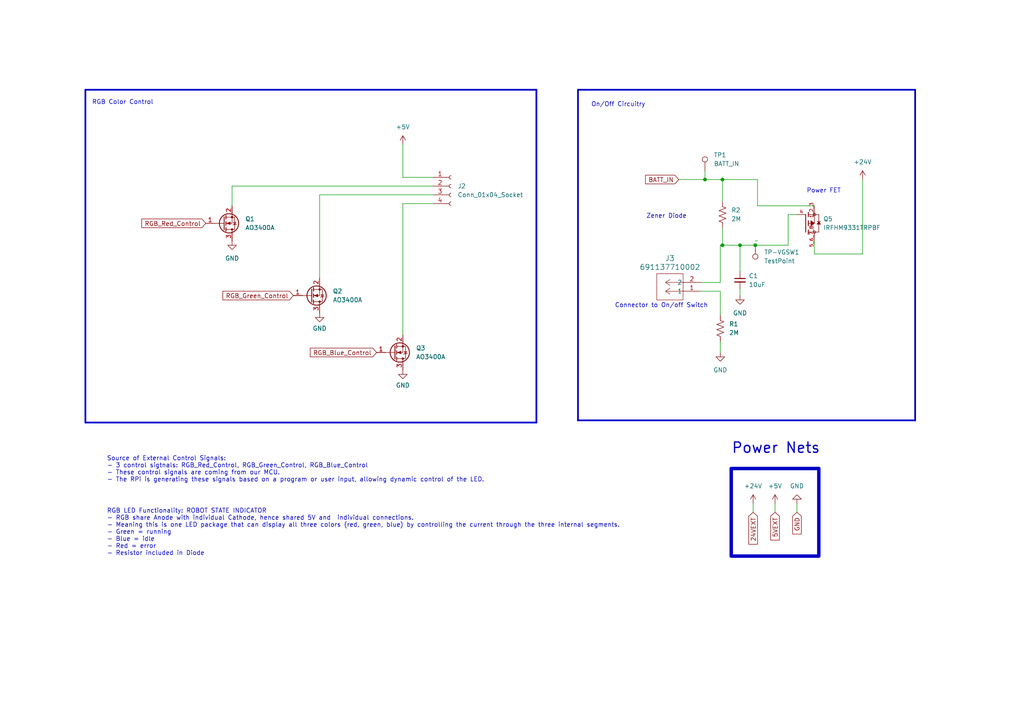
<source format=kicad_sch>
(kicad_sch (version 20231120) (generator "eeschema") (generator_version "8.0")
  (paper "A4")
  (lib_symbols
    (symbol "691137710002-2CONN:691137710002" (pin_names (offset 0.254))
      (property "Reference" "J" (at 8.89 6.35 0))
      (property "Value" "691137710002" (at 0 0 0))
      (symbol "691137710002_1_1"
        (polyline (pts (xy 5.08 -5.08) (xy 12.7 -5.08)) (stroke (width 0.127)))
        (polyline (pts (xy 5.08 2.54) (xy 5.08 -5.08)) (stroke (width 0.127)))
        (polyline (pts (xy 10.16 -2.54) (xy 5.08 -2.54)) (stroke (width 0.127)))
        (polyline (pts (xy 10.16 -2.54) (xy 8.89 -3.3867)) (stroke (width 0.127)))
        (polyline (pts (xy 10.16 -2.54) (xy 8.89 -1.6933)) (stroke (width 0.127)))
        (polyline (pts (xy 10.16 0) (xy 5.08 0)) (stroke (width 0.127)))
        (polyline (pts (xy 10.16 0) (xy 8.89 -0.8467)) (stroke (width 0.127)))
        (polyline (pts (xy 10.16 0) (xy 8.89 0.8467)) (stroke (width 0.127)))
        (polyline (pts (xy 12.7 -5.08) (xy 12.7 2.54)) (stroke (width 0.127)))
        (polyline (pts (xy 12.7 2.54) (xy 5.08 2.54)) (stroke (width 0.127)))
        (pin unspecified line (at 0 0 0) (length 5.08) (name "1") (number "1"))
        (pin unspecified line (at 0 -2.54 0) (length 5.08) (name "2") (number "2"))
      )
    )
    (symbol "Connector:Conn_01x04_Socket" (pin_names (offset 1.016) hide)
      (property "Reference" "J" (at 0 5.08 0))
      (property "Value" "Conn_01x04_Socket" (at 0 -7.62 0))
      (symbol "Conn_01x04_Socket_1_1"
        (arc (start 0 -4.572) (mid -0.5058 -5.08) (end 0 -5.588) (stroke (width 0.1524)))
        (arc (start 0 -2.032) (mid -0.5058 -2.54) (end 0 -3.048) (stroke (width 0.1524)))
        (polyline (pts (xy -1.27 -5.08) (xy -0.508 -5.08)) (stroke (width 0.1524)))
        (polyline (pts (xy -1.27 -2.54) (xy -0.508 -2.54)) (stroke (width 0.1524)))
        (polyline (pts (xy -1.27 0) (xy -0.508 0)) (stroke (width 0.1524)))
        (polyline (pts (xy -1.27 2.54) (xy -0.508 2.54)) (stroke (width 0.1524)))
        (arc (start 0 0.508) (mid -0.5058 0) (end 0 -0.508) (stroke (width 0.1524)))
        (arc (start 0 3.048) (mid -0.5058 2.54) (end 0 2.032) (stroke (width 0.1524)))
        (pin passive line (at -5.08 2.54 0) (length 3.81) (name "Pin_1") (number "1"))
        (pin passive line (at -5.08 0 0) (length 3.81) (name "Pin_2") (number "2"))
        (pin passive line (at -5.08 -2.54 0) (length 3.81) (name "Pin_3") (number "3"))
        (pin passive line (at -5.08 -5.08 0) (length 3.81) (name "Pin_4") (number "4"))
      )
    )
    (symbol "Connector:TestPoint" (pin_numbers hide) (pin_names (offset 0.762) hide)
      (property "Reference" "TP" (at 0 6.858 0))
      (property "Value" "TestPoint" (at 0 5.08 0))
      (symbol "TestPoint_0_1"
        (circle (center 0 3.302) (radius 0.762))
      )
      (symbol "TestPoint_1_1"
        (pin passive line (at 0 0 90) (length 2.54) (name "1") (number "1"))
      )
    )
    (symbol "Device:C_Small" (pin_numbers hide) (pin_names (offset 0.254) hide)
      (property "Reference" "C" (at 0.254 1.778 0))
      (property "Value" "C_Small" (at 0.254 -2.032 0))
      (symbol "C_Small_0_1"
        (polyline (pts (xy -1.524 -0.508) (xy 1.524 -0.508)) (stroke (width 0.3302)))
        (polyline (pts (xy -1.524 0.508) (xy 1.524 0.508)) (stroke (width 0.3048)))
      )
      (symbol "C_Small_1_1"
        (pin passive line (at 0 2.54 270) (length 2.032) (name "~") (number "1"))
        (pin passive line (at 0 -2.54 90) (length 2.032) (name "~") (number "2"))
      )
    )
    (symbol "Device:R_US" (pin_numbers hide) (pin_names (offset 0))
      (property "Reference" "R" (at 2.54 0 90))
      (property "Value" "R_US" (at -2.54 0 90))
      (symbol "R_US_0_1"
        (polyline (pts (xy 0 -2.286) (xy 0 -2.54)))
        (polyline (pts (xy 0 2.286) (xy 0 2.54)))
        (polyline (pts (xy 0 -0.762) (xy 1.016 -1.143) (xy 0 -1.524) (xy -1.016 -1.905) (xy 0 -2.286)))
        (polyline (pts (xy 0 0.762) (xy 1.016 0.381) (xy 0 0) (xy -1.016 -0.381) (xy 0 -0.762)))
        (polyline (pts (xy 0 2.286) (xy 1.016 1.905) (xy 0 1.524) (xy -1.016 1.143) (xy 0 0.762)))
      )
      (symbol "R_US_1_1"
        (pin passive line (at 0 3.81 270) (length 1.27) (name "~") (number "1"))
        (pin passive line (at 0 -3.81 90) (length 1.27) (name "~") (number "2"))
      )
    )
    (symbol "PowerFET:IRFHM9331TRPBF" (pin_names (offset 1.016))
      (property "Reference" "Q" (at -8.89 3.81 0))
      (property "Value" "IRFHM9331TRPBF" (at -8.89 -6.35 0))
      (symbol "IRFHM9331TRPBF_0_0"
        (polyline (pts (xy 0 -2.54) (xy 0 2.54)) (stroke (width 0.254)))
        (polyline (pts (xy 0.762 -3.175) (xy 0.762 -2.54)) (stroke (width 0.254)))
        (polyline (pts (xy 0.762 -2.54) (xy 0.762 -1.905)) (stroke (width 0.254)))
        (polyline (pts (xy 0.762 -2.54) (xy 3.81 -2.54)) (stroke (width 0.1524)))
        (polyline (pts (xy 0.762 -0.762) (xy 0.762 0)) (stroke (width 0.254)))
        (polyline (pts (xy 0.762 0) (xy 0.762 0.762)) (stroke (width 0.254)))
        (polyline (pts (xy 0.762 0) (xy 2.54 0)) (stroke (width 0.1524)))
        (polyline (pts (xy 0.762 1.905) (xy 0.762 2.54)) (stroke (width 0.254)))
        (polyline (pts (xy 0.762 2.54) (xy 0.762 3.175)) (stroke (width 0.254)))
        (polyline (pts (xy 2.54 0) (xy 2.54 2.54)) (stroke (width 0.1524)))
        (polyline (pts (xy 2.54 2.54) (xy 0.762 2.54)) (stroke (width 0.1524)))
        (polyline (pts (xy 2.54 2.54) (xy 3.81 2.54)) (stroke (width 0.1524)))
        (polyline (pts (xy 3.302 0.508) (xy 3.81 0.508)) (stroke (width 0.1524)))
        (polyline (pts (xy 3.81 -2.54) (xy 3.81 0.508)) (stroke (width 0.1524)))
        (polyline (pts (xy 3.81 0.508) (xy 3.81 2.54)) (stroke (width 0.1524)))
        (polyline (pts (xy 3.81 0.508) (xy 4.318 0.508)) (stroke (width 0.1524)))
        (polyline (pts (xy 2.54 0) (xy 1.524 0.762) (xy 1.524 -0.762) (xy 2.54 0)) (stroke (width 0.1524)) (fill (type outline)))
        (polyline (pts (xy 3.81 0.508) (xy 4.318 -0.254) (xy 3.302 -0.254) (xy 3.81 0.508)) (stroke (width 0.1524)) (fill (type outline)))
        (circle (center 2.54 -2.54) (radius 0.3592))
        (circle (center 2.54 2.54) (radius 0.3592))
        (pin passive line (at 2.54 5.08 270) (length 2.54) (name "~") (number "1_2_3"))
        (pin passive line (at -2.54 2.54 0) (length 2.54) (name "~") (number "4"))
        (pin passive line (at 2.54 -5.08 90) (length 2.54) (name "~") (number "5_6_7_8"))
      )
    )
    (symbol "Transistor_FET:AO3400A" (pin_names hide)
      (property "Reference" "Q" (at 5.08 1.905 0))
      (property "Value" "AO3400A" (at 5.08 0 0))
      (symbol "AO3400A_0_1"
        (polyline (pts (xy 0.254 0) (xy -2.54 0)))
        (polyline (pts (xy 0.254 1.905) (xy 0.254 -1.905)) (stroke (width 0.254)))
        (polyline (pts (xy 0.762 -1.27) (xy 0.762 -2.286)) (stroke (width 0.254)))
        (polyline (pts (xy 0.762 0.508) (xy 0.762 -0.508)) (stroke (width 0.254)))
        (polyline (pts (xy 0.762 2.286) (xy 0.762 1.27)) (stroke (width 0.254)))
        (polyline (pts (xy 2.54 2.54) (xy 2.54 1.778)))
        (polyline (pts (xy 2.54 -2.54) (xy 2.54 0) (xy 0.762 0)))
        (polyline (pts (xy 0.762 -1.778) (xy 3.302 -1.778) (xy 3.302 1.778) (xy 0.762 1.778)))
        (polyline (pts (xy 1.016 0) (xy 2.032 0.381) (xy 2.032 -0.381) (xy 1.016 0)) (fill (type outline)))
        (polyline (pts (xy 2.794 0.508) (xy 2.921 0.381) (xy 3.683 0.381) (xy 3.81 0.254)))
        (polyline (pts (xy 3.302 0.381) (xy 2.921 -0.254) (xy 3.683 -0.254) (xy 3.302 0.381)))
        (circle (center 1.651 0) (radius 2.794) (stroke (width 0.254)))
        (circle (center 2.54 -1.778) (radius 0.254) (fill (type outline)))
        (circle (center 2.54 1.778) (radius 0.254) (fill (type outline)))
      )
      (symbol "AO3400A_1_1"
        (pin input line (at -5.08 0 0) (length 2.54) (name "G") (number "1"))
        (pin passive line (at 2.54 -5.08 90) (length 2.54) (name "S") (number "2"))
        (pin passive line (at 2.54 5.08 270) (length 2.54) (name "D") (number "3"))
      )
    )
    (symbol "power:+24V" (power) (pin_numbers hide) (pin_names (offset 0) hide)
      (property "Value" "+24V" (at 0 3.556 0))
      (symbol "+24V_0_1"
        (polyline (pts (xy -0.762 1.27) (xy 0 2.54)))
        (polyline (pts (xy 0 0) (xy 0 2.54)))
        (polyline (pts (xy 0 2.54) (xy 0.762 1.27)))
      )
      (symbol "+24V_1_1"
        (pin power_in line (at 0 0 90) (length 0) (name "~") (number "1"))
      )
    )
    (symbol "power:+5V" (power) (pin_names (offset 0))
      (property "Value" "+5V" (at 0 3.556 0))
      (symbol "+5V_0_1"
        (polyline (pts (xy -0.762 1.27) (xy 0 2.54)))
        (polyline (pts (xy 0 0) (xy 0 2.54)))
        (polyline (pts (xy 0 2.54) (xy 0.762 1.27)))
      )
      (symbol "+5V_1_1"
        (pin power_in line (at 0 0 90) (length 0) hide (name "+5V") (number "1"))
      )
    )
    (symbol "power:GND" (power) (pin_names (offset 0))
      (property "Value" "GND" (at 0 -3.81 0))
      (symbol "GND_0_1"
        (polyline (pts (xy 0 0) (xy 0 -1.27) (xy 1.27 -1.27) (xy 0 -2.54) (xy -1.27 -1.27) (xy 0 -1.27)))
      )
      (symbol "GND_1_1"
        (pin power_in line (at 0 0 270) (length 0) hide (name "GND") (number "1"))
      )
    )
  )
  (junction (at 219.075 71.12))
  (junction (at 214.63 71.12))
  (junction (at 209.55 52.07))
  (junction (at 204.47 52.07))
  (junction (at 209.55 71.12))
  (wire (pts (xy 219.71 59.69) (xy 219.71 52.07)))
  (wire (pts (xy 208.915 102.235) (xy 208.915 99.06)))
  (wire (pts (xy 209.55 52.07) (xy 219.71 52.07)))
  (wire (pts (xy 209.55 66.04) (xy 209.55 71.12)))
  (polyline (pts (xy 167.64 26.035) (xy 265.43 26.035)) (stroke (width 0.5)))
  (wire (pts (xy 203.2 81.915) (xy 208.915 81.915)))
  (wire (pts (xy 116.84 41.91) (xy 116.84 51.435)))
  (wire (pts (xy 208.915 71.12) (xy 209.55 71.12)))
  (polyline (pts (xy 24.765 26.035) (xy 24.765 122.555)) (stroke (width 0.5)))
  (wire (pts (xy 196.85 52.07) (xy 204.47 52.07)))
  (wire (pts (xy 219.075 71.12) (xy 228.6 71.12)))
  (wire (pts (xy 214.63 71.12) (xy 219.075 71.12)))
  (wire (pts (xy 208.915 71.12) (xy 208.915 81.915)))
  (polyline (pts (xy 24.765 26.035) (xy 155.575 26.035)) (stroke (width 0.5)))
  (wire (pts (xy 92.71 80.645) (xy 92.71 56.515)))
  (wire (pts (xy 116.84 59.055) (xy 125.73 59.055)))
  (wire (pts (xy 209.55 71.12) (xy 214.63 71.12)))
  (polyline (pts (xy 155.575 122.555) (xy 155.575 26.035)) (stroke (width 0.5)))
  (wire (pts (xy 218.44 146.05) (xy 218.44 148.59)))
  (wire (pts (xy 208.915 84.455) (xy 208.915 91.44)))
  (polyline (pts (xy 265.43 121.92) (xy 265.43 26.035)) (stroke (width 0.5)))
  (wire (pts (xy 214.63 83.82) (xy 214.63 85.725)))
  (wire (pts (xy 209.55 52.07) (xy 209.55 58.42)))
  (wire (pts (xy 208.915 84.455) (xy 203.2 84.455)))
  (wire (pts (xy 250.19 52.07) (xy 250.19 73.66)))
  (wire (pts (xy 231.14 146.05) (xy 231.14 148.59)))
  (wire (pts (xy 92.71 56.515) (xy 125.73 56.515)))
  (wire (pts (xy 67.31 59.69) (xy 67.31 53.975)))
  (wire (pts (xy 116.84 97.155) (xy 116.84 59.055)))
  (wire (pts (xy 228.6 71.12) (xy 228.6 62.23)))
  (wire (pts (xy 204.47 49.53) (xy 204.47 52.07)))
  (wire (pts (xy 228.6 62.23) (xy 231.14 62.23)))
  (polyline (pts (xy 167.64 121.92) (xy 265.43 121.92)) (stroke (width 0.5)))
  (wire (pts (xy 125.73 51.435) (xy 116.84 51.435)))
  (wire (pts (xy 204.47 52.07) (xy 209.55 52.07)))
  (polyline (pts (xy 24.765 122.555) (xy 155.575 122.555)) (stroke (width 0.5)))
  (wire (pts (xy 236.22 73.66) (xy 250.19 73.66)))
  (wire (pts (xy 219.71 69.85) (xy 219.075 69.85)))
  (wire (pts (xy 214.63 71.12) (xy 214.63 78.74)))
  (wire (pts (xy 224.79 146.05) (xy 224.79 148.59)))
  (wire (pts (xy 67.31 53.975) (xy 125.73 53.975)))
  (polyline (pts (xy 167.64 26.035) (xy 167.64 121.92)) (stroke (width 0.5)))
  (wire (pts (xy 219.71 59.69) (xy 236.22 59.69)))
  (wire (pts (xy 236.22 69.85) (xy 236.22 73.66)))
  (rectangle (start 212.09 135.89) (end 237.49 161.29) (stroke (width 1)))
  (text "Zener Diode" (at 187.452 63.5 0) (effects (font (size 1.27 1.27)) (justify left bottom)))
  (text "RGB LED Functionality: ROBOT STATE INDICATOR\n- RGB share Anode with individual Cathode, hence shared 5V and  individual connections.\n- Meaning this is one LED package that can display all three colors (red, green, blue) by controlling the current through the three internal segments.\n- Green = running\n- Blue = idle\n- Red = error\n- Resistor included in Diode" (at 30.988 161.29 0) (effects (font (size 1.27 1.27)) (justify left bottom)))
  (text "Source of External Control Signals:\n- 3 control sigtnals: RGB_Red_Control, RGB_Green_Control, RGB_Blue_Control\n- These control signals are coming from our MCU.\n- The RPi is generating these signals based on a program or user input, allowing dynamic control of the LED." (at 30.988 139.954 0) (effects (font (size 1.27 1.27)) (justify left bottom)))
  (text "Power FET" (at 233.934 56.134 0) (effects (font (size 1.27 1.27)) (justify left bottom)))
  (text "Connector to On/off Switch" (at 178.308 89.408 0) (effects (font (size 1.27 1.27)) (justify left bottom)))
  (text "On/Off Circuitry\n" (at 171.45 31.115 0) (effects (font (size 1.27 1.27)) (justify left bottom)))
  (text "RGB Color Control\n" (at 26.67 30.48 0) (effects (font (size 1.27 1.27)) (justify left bottom)))
  (text "Power Nets" (at 212.09 131.826 0) (effects (font (size 3 3) (thickness 0.375)) (justify left bottom)))
  (global_label "BATT_IN" (shape input) (at 196.85 52.07 180) (property "Intersheetrefs" "${INTERSHEET_REFS}" (effects (hide yes))))
  (global_label "5VEXT" (shape input) (at 224.79 148.59 270) (property "Intersheetrefs" "${INTERSHEET_REFS}" (effects (hide yes))))
  (global_label "RGB_Blue_Control" (shape input) (at 109.22 102.235 180) (property "Intersheetrefs" "${INTERSHEET_REFS}" (effects (hide yes))))
  (global_label "24VEXT" (shape input) (at 218.44 148.59 270) (property "Intersheetrefs" "${INTERSHEET_REFS}" (effects (hide yes))))
  (global_label "GND" (shape input) (at 231.14 148.59 270) (property "Intersheetrefs" "${INTERSHEET_REFS}" (effects (hide yes))))
  (global_label "RGB_Green_Control" (shape input) (at 85.09 85.725 180) (property "Intersheetrefs" "${INTERSHEET_REFS}" (effects (hide yes))))
  (global_label "RGB_Red_Control" (shape input) (at 59.69 64.77 180) (property "Intersheetrefs" "${INTERSHEET_REFS}" (effects (hide yes))))
  (symbol (lib_id "power:GND") (at 67.31 69.85 0) (unit 1)
    (property "Reference" "#PWR01" (effects (hide yes)))
    (property "Value" "GND" (at 67.31 74.93 0))
  )
  (symbol (lib_id "power:GND") (at 116.84 107.315 0) (unit 1)
    (property "Reference" "#PWR04" (effects (hide yes)))
    (property "Value" "GND" (at 116.84 111.76 0))
  )
  (symbol (lib_id "power:+5V") (at 224.79 146.05 0) (unit 1)
    (property "Reference" "#PWR073" (effects (hide yes)))
    (property "Value" "+5V" (at 224.79 140.97 0))
    (property "Description" "Power symbol creates a global label with name \"+5V\"" (effects (hide yes)))
  )
  (symbol (lib_id "Transistor_FET:AO3400A") (at 64.77 64.77 0) (mirror x) (unit 1)
    (property "Reference" "Q1" (at 71.12 63.5 0) (effects (justify left)))
    (property "Value" "AO3400A" (at 71.12 66.04 0) (effects (justify left)))
    (property "Footprint" "Footprints:RGB-FETS" (effects (hide yes)))
    (property "Datasheet" "http://www.aosmd.com/pdfs/datasheet/AO3400A.pdf" (effects (hide yes)))
    (property "LCSC" "C20917" (effects (hide yes)))
  )
  (symbol (lib_id "PowerFET:IRFHM9331TRPBF") (at 233.68 64.77 0) (unit 1)
    (property "Reference" "Q5" (at 238.76 63.4999 0) (effects (justify left)))
    (property "Value" "IRFHM9331TRPBF" (at 238.76 66.0399 0) (effects (justify left)))
    (property "Footprint" "Footprints:TRANS_IRFHM9331TRPBF" (effects (hide yes)))
    (property "MF" "Infineon Technologies" (effects (hide yes)))
    (property "SNAPEDA_PACKAGE_ID" "61476" (effects (hide yes)))
    (property "Package" "PowerTDFN-8 Infineon" (effects (hide yes)))
    (property "Price" "None" (effects (hide yes)))
    (property "Check_prices" "https://www.snapeda.com/parts/IRFHM9331TRPBF/Infineon/view-part/?ref=eda" (effects (hide yes)))
    (property "STANDARD" "Manufacturer Recommendations" (effects (hide yes)))
    (property "PARTREV" "December 16, 2013" (effects (hide yes)))
    (property "SnapEDA_Link" "https://www.snapeda.com/parts/IRFHM9331TRPBF/Infineon/view-part/?ref=snap" (effects (hide yes)))
    (property "MP" "IRFHM9331TRPBF" (effects (hide yes)))
    (property "Description_1" "\n                        \n                            IRFHM9331TRPBF P-channel MOSFET Transistor, 11 A, 30 V, 8-Pin PQFN | Infineon IRFHM9331TRPBF\n                        \n" (effects (hide yes)))
    (property "MANUFACTURER" "Infineon Technologies" (effects (hide yes)))
    (property "Availability" "In Stock" (effects (hide yes)))
    (property "MAXIMUM_PACKAGE_HEIGHT" "1mm" (effects (hide yes)))
    (property "LCSC" "C148156" (effects (hide yes)))
  )
  (symbol (lib_id "Device:R_US") (at 208.915 95.25 0) (unit 1)
    (property "Reference" "R1" (at 211.455 93.98 0) (effects (justify left)))
    (property "Value" "2M" (at 211.455 96.52 0) (effects (justify left)))
    (property "Footprint" "Resistor_SMD:R_0805_2012Metric" (effects (hide yes)))
    (property "LCSC" "C114532" (effects (hide yes)))
  )
  (symbol (lib_id "power:GND") (at 208.915 102.235 0) (unit 1)
    (property "Reference" "#PWR05" (effects (hide yes)))
    (property "Value" "GND" (at 208.915 107.315 0))
  )
  (symbol (lib_id "power:+5V") (at 116.84 41.91 0) (unit 1)
    (property "Reference" "#PWR03" (effects (hide yes)))
    (property "Value" "+5V" (at 116.84 36.83 0))
  )
  (symbol (lib_id "Transistor_FET:AO3400A") (at 114.3 102.235 0) (mirror x) (unit 1)
    (property "Reference" "Q3" (at 120.65 100.965 0) (effects (justify left)))
    (property "Value" "AO3400A" (at 120.65 103.505 0) (effects (justify left)))
    (property "Footprint" "Footprints:RGB-FETS" (effects (hide yes)))
    (property "Datasheet" "http://www.aosmd.com/pdfs/datasheet/AO3400A.pdf" (effects (hide yes)))
    (property "LCSC" "C20917" (effects (hide yes)))
  )
  (symbol (lib_id "691137710002-2CONN:691137710002") (at 203.2 84.455 180) (unit 1)
    (property "Reference" "J3" (at 194.31 74.93 0) (effects (font (size 1.524 1.524))))
    (property "Value" "691137710002" (at 194.31 77.47 0) (effects (font (size 1.524 1.524))))
    (property "Footprint" "Footprints:691137710002-2CONN" (effects (hide yes)))
    (property "Datasheet" "691137710002" (effects (hide yes)))
    (property "LCSC" "C3819953" (effects (hide yes)))
  )
  (symbol (lib_id "Transistor_FET:AO3400A") (at 90.17 85.725 0) (mirror x) (unit 1)
    (property "Reference" "Q2" (at 96.52 84.455 0) (effects (justify left)))
    (property "Value" "AO3400A" (at 96.52 86.995 0) (effects (justify left)))
    (property "Footprint" "Footprints:RGB-FETS" (effects (hide yes)))
    (property "Datasheet" "http://www.aosmd.com/pdfs/datasheet/AO3400A.pdf" (effects (hide yes)))
    (property "LCSC" "C20917" (effects (hide yes)))
  )
  (symbol (lib_id "power:+24V") (at 250.19 52.07 0) (unit 1)
    (property "Reference" "#PWR07" (effects (hide yes)))
    (property "Value" "+24V" (at 250.19 46.99 0))
    (property "Description" "Power symbol creates a global label with name \"+24V\"" (effects (hide yes)))
  )
  (symbol (lib_id "power:GND") (at 92.71 90.805 0) (unit 1)
    (property "Reference" "#PWR02" (effects (hide yes)))
    (property "Value" "GND" (at 92.71 95.25 0))
  )
  (symbol (lib_id "Device:C_Small") (at 214.63 81.28 0) (unit 1)
    (property "Reference" "C1" (at 217.17 80.0163 0) (effects (justify left)))
    (property "Value" "10uF" (at 217.17 82.5563 0) (effects (justify left)))
    (property "Footprint" "Capacitor_SMD:C_0805_2012Metric" (effects (hide yes)))
    (property "LCSC" "C2190942" (effects (hide yes)))
  )
  (symbol (lib_id "Device:R_US") (at 209.55 62.23 0) (unit 1)
    (property "Reference" "R2" (at 212.09 60.96 0) (effects (justify left)))
    (property "Value" "2M" (at 212.09 63.5 0) (effects (justify left)))
    (property "Footprint" "Resistor_SMD:R_0805_2012Metric" (effects (hide yes)))
    (property "LCSC" "C114532" (effects (hide yes)))
  )
  (symbol (lib_id "Connector:TestPoint") (at 204.47 49.53 0) (unit 1)
    (property "Reference" "TP1" (at 207.01 44.958 0) (effects (justify left)))
    (property "Value" "BATT_IN" (at 207.01 47.498 0) (effects (justify left)))
    (property "Footprint" "TestPoint:TestPoint_Pad_D2.0mm" (effects (hide yes)))
  )
  (symbol (lib_id "Connector:Conn_01x04_Socket") (at 130.81 53.975 0) (unit 1)
    (property "Reference" "J2" (at 132.715 53.975 0) (effects (justify left)))
    (property "Value" "Conn_01x04_Socket" (at 132.715 56.515 0) (effects (justify left)))
    (property "Footprint" "Footprints:EncoderConn" (effects (hide yes)))
    (property "LCSC" "C566011" (effects (hide yes)))
  )
  (symbol (lib_id "Connector:TestPoint") (at 219.075 71.12 180) (unit 1)
    (property "Reference" "TP-VGSW1" (at 221.615 73.152 0) (effects (justify right)))
    (property "Value" "TestPoint" (at 221.615 75.692 0) (effects (justify right)))
    (property "Footprint" "TestPoint:TestPoint_Pad_D2.0mm" (effects (hide yes)))
  )
  (symbol (lib_id "power:+5V") (at 218.44 146.05 0) (unit 1)
    (property "Reference" "#PWR053" (effects (hide yes)))
    (property "Value" "+24V" (at 218.44 140.97 0))
    (property "Description" "Power symbol creates a global label with name \"+5V\"" (effects (hide yes)))
  )
  (symbol (lib_id "power:GND") (at 214.63 85.725 0) (unit 1)
    (property "Reference" "#PWR06" (effects (hide yes)))
    (property "Value" "GND" (at 214.63 90.805 0))
  )
  (symbol (lib_id "power:GND") (at 231.14 146.05 180) (unit 1)
    (property "Reference" "#PWR061" (effects (hide yes)))
    (property "Value" "GND" (at 231.14 140.97 0))
    (property "Description" "Power symbol creates a global label with name \"GND\" , ground" (effects (hide yes)))
  )
)
</source>
